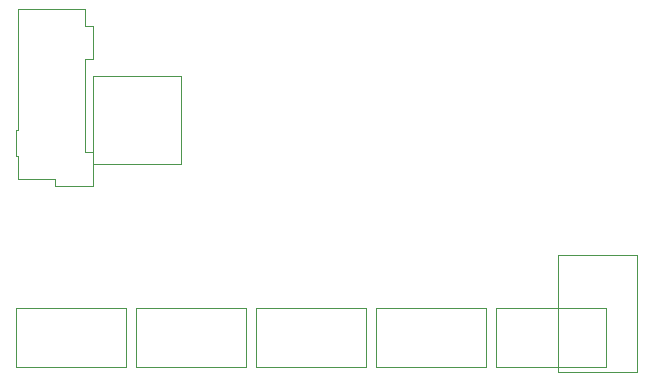
<source format=gbr>
G04 #@! TF.GenerationSoftware,KiCad,Pcbnew,(5.0.1)-3*
G04 #@! TF.CreationDate,2019-11-22T16:36:39-05:00*
G04 #@! TF.ProjectId,SmartWatch,536D61727457617463682E6B69636164,rev?*
G04 #@! TF.SameCoordinates,Original*
G04 #@! TF.FileFunction,Other,ECO1*
%FSLAX46Y46*%
G04 Gerber Fmt 4.6, Leading zero omitted, Abs format (unit mm)*
G04 Created by KiCad (PCBNEW (5.0.1)-3) date 11/22/2019 4:36:39 PM*
%MOMM*%
%LPD*%
G01*
G04 APERTURE LIST*
%ADD10C,0.050000*%
G04 APERTURE END LIST*
D10*
G04 #@! TO.C,SW4*
X185342000Y-114768000D02*
X194642000Y-114768000D01*
X185342000Y-114768000D02*
X185342000Y-109768000D01*
X194642000Y-109768000D02*
X185342000Y-109768000D01*
X194642000Y-109768000D02*
X194642000Y-114768000D01*
G04 #@! TO.C,SW5*
X204802000Y-109768000D02*
X204802000Y-114768000D01*
X204802000Y-109768000D02*
X195502000Y-109768000D01*
X195502000Y-114768000D02*
X195502000Y-109768000D01*
X195502000Y-114768000D02*
X204802000Y-114768000D01*
G04 #@! TO.C,SW1*
X205662000Y-114768000D02*
X214962000Y-114768000D01*
X205662000Y-114768000D02*
X205662000Y-109768000D01*
X214962000Y-109768000D02*
X205662000Y-109768000D01*
X214962000Y-109768000D02*
X214962000Y-114768000D01*
G04 #@! TO.C,SW2*
X225122000Y-109768000D02*
X225122000Y-114768000D01*
X225122000Y-109768000D02*
X215822000Y-109768000D01*
X215822000Y-114768000D02*
X215822000Y-109768000D01*
X215822000Y-114768000D02*
X225122000Y-114768000D01*
G04 #@! TO.C,SW3*
X225982000Y-114768000D02*
X235282000Y-114768000D01*
X225982000Y-114768000D02*
X225982000Y-109768000D01*
X235282000Y-109768000D02*
X225982000Y-109768000D01*
X235282000Y-109768000D02*
X235282000Y-114768000D01*
G04 #@! TO.C,J1*
X231231000Y-105286000D02*
X231231000Y-115186000D01*
X231231000Y-115186000D02*
X237842000Y-115186000D01*
X237842000Y-115186000D02*
X237842000Y-105286000D01*
X237842000Y-105286000D02*
X231231000Y-105286000D01*
G04 #@! TO.C,U12*
X191779200Y-90128400D02*
X199279200Y-90128400D01*
X199279200Y-90128400D02*
X199279200Y-97628400D01*
X199279200Y-97628400D02*
X191779200Y-97628400D01*
X191779200Y-97628400D02*
X191779200Y-90128400D01*
G04 #@! TO.C,J3*
X188636000Y-98894000D02*
X185436000Y-98894000D01*
X185436000Y-98894000D02*
X185436000Y-96894000D01*
X185436000Y-94744000D02*
X185436000Y-84494000D01*
X185436000Y-84494000D02*
X191166000Y-84494000D01*
X191166000Y-84494000D02*
X191166000Y-85894000D01*
X191166000Y-88744000D02*
X191166000Y-96594000D01*
X188636000Y-98894000D02*
X188636000Y-99444000D01*
X188636000Y-99444000D02*
X191786000Y-99444000D01*
X191786000Y-99444000D02*
X191786000Y-96594000D01*
X191786000Y-96594000D02*
X191166000Y-96594000D01*
X185436000Y-96894000D02*
X185286000Y-96894000D01*
X185286000Y-96894000D02*
X185286000Y-94744000D01*
X185286000Y-94744000D02*
X185436000Y-94744000D01*
X191166000Y-88744000D02*
X191786000Y-88744000D01*
X191786000Y-88744000D02*
X191786000Y-85894000D01*
X191786000Y-85894000D02*
X191166000Y-85894000D01*
G04 #@! TD*
M02*

</source>
